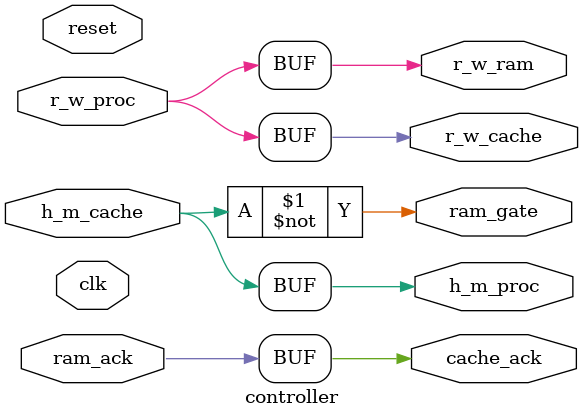
<source format=v>
`timescale 1ns / 1ps


module controller(
    input h_m_cache,
    output wire h_m_proc,
    input r_w_proc,
    output wire r_w_cache,
    output wire r_w_ram,
    input ram_ack,
    output wire ram_gate,
    output wire cache_ack,
    input clk,
    input reset
    );

assign h_m_proc = h_m_cache;
assign cache_ack = ram_ack;
assign r_w_cache = r_w_proc;
assign r_w_ram = r_w_proc;
// ram should only be active on a miss
assign ram_gate = ~(h_m_cache);

//always@(negedge clk)
//begin
//    // forward the signals synchronously
//    cache_ack <= ram_ack;
//    //h_m_proc <= h_m_cache;
//    r_w_cache <= r_w_proc;
//    r_w_ram <= r_w_proc;
//    // ram should only be active on a miss
//    ram_gate <= ~(h_m_cache);
//end

//always@(negedge reset)
//begin
//    {r_w_cache, r_w_ram, cache_ack, ram_gate} = 4'b0000;
//end

endmodule

</source>
